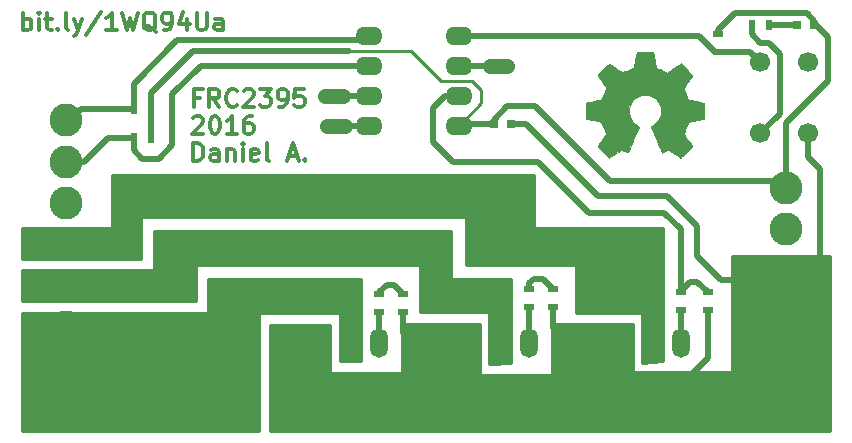
<source format=gbr>
G04 #@! TF.FileFunction,Copper,L1,Top,Signal*
%FSLAX46Y46*%
G04 Gerber Fmt 4.6, Leading zero omitted, Abs format (unit mm)*
G04 Created by KiCad (PCBNEW 4.0.1-3.201512221402+6198~38~ubuntu14.04.1-stable) date Thu 28 Jan 2016 03:00:53 PM CST*
%MOMM*%
G01*
G04 APERTURE LIST*
%ADD10C,0.100000*%
%ADD11C,0.300000*%
%ADD12C,0.002540*%
%ADD13R,0.800000X0.750000*%
%ADD14R,0.797560X0.797560*%
%ADD15O,1.501140X2.499360*%
%ADD16R,0.900000X0.500000*%
%ADD17R,0.500000X0.900000*%
%ADD18C,1.700000*%
%ADD19O,2.300000X1.600000*%
%ADD20C,2.794000*%
%ADD21C,0.508000*%
%ADD22C,1.270000*%
%ADD23C,0.250000*%
%ADD24C,0.254000*%
G04 APERTURE END LIST*
D10*
D11*
X104946714Y-87292571D02*
X104946714Y-85792571D01*
X104946714Y-86364000D02*
X105089571Y-86292571D01*
X105375285Y-86292571D01*
X105518142Y-86364000D01*
X105589571Y-86435429D01*
X105661000Y-86578286D01*
X105661000Y-87006857D01*
X105589571Y-87149714D01*
X105518142Y-87221143D01*
X105375285Y-87292571D01*
X105089571Y-87292571D01*
X104946714Y-87221143D01*
X106303857Y-87292571D02*
X106303857Y-86292571D01*
X106303857Y-85792571D02*
X106232428Y-85864000D01*
X106303857Y-85935429D01*
X106375285Y-85864000D01*
X106303857Y-85792571D01*
X106303857Y-85935429D01*
X106803857Y-86292571D02*
X107375286Y-86292571D01*
X107018143Y-85792571D02*
X107018143Y-87078286D01*
X107089571Y-87221143D01*
X107232429Y-87292571D01*
X107375286Y-87292571D01*
X107875286Y-87149714D02*
X107946714Y-87221143D01*
X107875286Y-87292571D01*
X107803857Y-87221143D01*
X107875286Y-87149714D01*
X107875286Y-87292571D01*
X108803858Y-87292571D02*
X108661000Y-87221143D01*
X108589572Y-87078286D01*
X108589572Y-85792571D01*
X109232429Y-86292571D02*
X109589572Y-87292571D01*
X109946714Y-86292571D02*
X109589572Y-87292571D01*
X109446714Y-87649714D01*
X109375286Y-87721143D01*
X109232429Y-87792571D01*
X111589571Y-85721143D02*
X110303857Y-87649714D01*
X112875286Y-87292571D02*
X112018143Y-87292571D01*
X112446715Y-87292571D02*
X112446715Y-85792571D01*
X112303858Y-86006857D01*
X112161000Y-86149714D01*
X112018143Y-86221143D01*
X113375286Y-85792571D02*
X113732429Y-87292571D01*
X114018143Y-86221143D01*
X114303857Y-87292571D01*
X114661000Y-85792571D01*
X116232429Y-87435429D02*
X116089572Y-87364000D01*
X115946715Y-87221143D01*
X115732429Y-87006857D01*
X115589572Y-86935429D01*
X115446715Y-86935429D01*
X115518143Y-87292571D02*
X115375286Y-87221143D01*
X115232429Y-87078286D01*
X115161000Y-86792571D01*
X115161000Y-86292571D01*
X115232429Y-86006857D01*
X115375286Y-85864000D01*
X115518143Y-85792571D01*
X115803857Y-85792571D01*
X115946715Y-85864000D01*
X116089572Y-86006857D01*
X116161000Y-86292571D01*
X116161000Y-86792571D01*
X116089572Y-87078286D01*
X115946715Y-87221143D01*
X115803857Y-87292571D01*
X115518143Y-87292571D01*
X116875286Y-87292571D02*
X117161001Y-87292571D01*
X117303858Y-87221143D01*
X117375286Y-87149714D01*
X117518144Y-86935429D01*
X117589572Y-86649714D01*
X117589572Y-86078286D01*
X117518144Y-85935429D01*
X117446715Y-85864000D01*
X117303858Y-85792571D01*
X117018144Y-85792571D01*
X116875286Y-85864000D01*
X116803858Y-85935429D01*
X116732429Y-86078286D01*
X116732429Y-86435429D01*
X116803858Y-86578286D01*
X116875286Y-86649714D01*
X117018144Y-86721143D01*
X117303858Y-86721143D01*
X117446715Y-86649714D01*
X117518144Y-86578286D01*
X117589572Y-86435429D01*
X118875286Y-86292571D02*
X118875286Y-87292571D01*
X118518143Y-85721143D02*
X118161000Y-86792571D01*
X119089572Y-86792571D01*
X119661000Y-85792571D02*
X119661000Y-87006857D01*
X119732428Y-87149714D01*
X119803857Y-87221143D01*
X119946714Y-87292571D01*
X120232428Y-87292571D01*
X120375286Y-87221143D01*
X120446714Y-87149714D01*
X120518143Y-87006857D01*
X120518143Y-85792571D01*
X121875286Y-87292571D02*
X121875286Y-86506857D01*
X121803857Y-86364000D01*
X121661000Y-86292571D01*
X121375286Y-86292571D01*
X121232429Y-86364000D01*
X121875286Y-87221143D02*
X121732429Y-87292571D01*
X121375286Y-87292571D01*
X121232429Y-87221143D01*
X121161000Y-87078286D01*
X121161000Y-86935429D01*
X121232429Y-86792571D01*
X121375286Y-86721143D01*
X121732429Y-86721143D01*
X121875286Y-86649714D01*
X119364715Y-98341571D02*
X119364715Y-96841571D01*
X119721858Y-96841571D01*
X119936143Y-96913000D01*
X120079001Y-97055857D01*
X120150429Y-97198714D01*
X120221858Y-97484429D01*
X120221858Y-97698714D01*
X120150429Y-97984429D01*
X120079001Y-98127286D01*
X119936143Y-98270143D01*
X119721858Y-98341571D01*
X119364715Y-98341571D01*
X121507572Y-98341571D02*
X121507572Y-97555857D01*
X121436143Y-97413000D01*
X121293286Y-97341571D01*
X121007572Y-97341571D01*
X120864715Y-97413000D01*
X121507572Y-98270143D02*
X121364715Y-98341571D01*
X121007572Y-98341571D01*
X120864715Y-98270143D01*
X120793286Y-98127286D01*
X120793286Y-97984429D01*
X120864715Y-97841571D01*
X121007572Y-97770143D01*
X121364715Y-97770143D01*
X121507572Y-97698714D01*
X122221858Y-97341571D02*
X122221858Y-98341571D01*
X122221858Y-97484429D02*
X122293286Y-97413000D01*
X122436144Y-97341571D01*
X122650429Y-97341571D01*
X122793286Y-97413000D01*
X122864715Y-97555857D01*
X122864715Y-98341571D01*
X123579001Y-98341571D02*
X123579001Y-97341571D01*
X123579001Y-96841571D02*
X123507572Y-96913000D01*
X123579001Y-96984429D01*
X123650429Y-96913000D01*
X123579001Y-96841571D01*
X123579001Y-96984429D01*
X124864715Y-98270143D02*
X124721858Y-98341571D01*
X124436144Y-98341571D01*
X124293287Y-98270143D01*
X124221858Y-98127286D01*
X124221858Y-97555857D01*
X124293287Y-97413000D01*
X124436144Y-97341571D01*
X124721858Y-97341571D01*
X124864715Y-97413000D01*
X124936144Y-97555857D01*
X124936144Y-97698714D01*
X124221858Y-97841571D01*
X125793287Y-98341571D02*
X125650429Y-98270143D01*
X125579001Y-98127286D01*
X125579001Y-96841571D01*
X127436143Y-97913000D02*
X128150429Y-97913000D01*
X127293286Y-98341571D02*
X127793286Y-96841571D01*
X128293286Y-98341571D01*
X128793286Y-98198714D02*
X128864714Y-98270143D01*
X128793286Y-98341571D01*
X128721857Y-98270143D01*
X128793286Y-98198714D01*
X128793286Y-98341571D01*
X119348572Y-94698429D02*
X119420001Y-94627000D01*
X119562858Y-94555571D01*
X119920001Y-94555571D01*
X120062858Y-94627000D01*
X120134287Y-94698429D01*
X120205715Y-94841286D01*
X120205715Y-94984143D01*
X120134287Y-95198429D01*
X119277144Y-96055571D01*
X120205715Y-96055571D01*
X121134286Y-94555571D02*
X121277143Y-94555571D01*
X121420000Y-94627000D01*
X121491429Y-94698429D01*
X121562858Y-94841286D01*
X121634286Y-95127000D01*
X121634286Y-95484143D01*
X121562858Y-95769857D01*
X121491429Y-95912714D01*
X121420000Y-95984143D01*
X121277143Y-96055571D01*
X121134286Y-96055571D01*
X120991429Y-95984143D01*
X120920000Y-95912714D01*
X120848572Y-95769857D01*
X120777143Y-95484143D01*
X120777143Y-95127000D01*
X120848572Y-94841286D01*
X120920000Y-94698429D01*
X120991429Y-94627000D01*
X121134286Y-94555571D01*
X123062857Y-96055571D02*
X122205714Y-96055571D01*
X122634286Y-96055571D02*
X122634286Y-94555571D01*
X122491429Y-94769857D01*
X122348571Y-94912714D01*
X122205714Y-94984143D01*
X124348571Y-94555571D02*
X124062857Y-94555571D01*
X123920000Y-94627000D01*
X123848571Y-94698429D01*
X123705714Y-94912714D01*
X123634285Y-95198429D01*
X123634285Y-95769857D01*
X123705714Y-95912714D01*
X123777142Y-95984143D01*
X123920000Y-96055571D01*
X124205714Y-96055571D01*
X124348571Y-95984143D01*
X124420000Y-95912714D01*
X124491428Y-95769857D01*
X124491428Y-95412714D01*
X124420000Y-95269857D01*
X124348571Y-95198429D01*
X124205714Y-95127000D01*
X123920000Y-95127000D01*
X123777142Y-95198429D01*
X123705714Y-95269857D01*
X123634285Y-95412714D01*
X119936144Y-92983857D02*
X119436144Y-92983857D01*
X119436144Y-93769571D02*
X119436144Y-92269571D01*
X120150430Y-92269571D01*
X121579001Y-93769571D02*
X121079001Y-93055286D01*
X120721858Y-93769571D02*
X120721858Y-92269571D01*
X121293286Y-92269571D01*
X121436144Y-92341000D01*
X121507572Y-92412429D01*
X121579001Y-92555286D01*
X121579001Y-92769571D01*
X121507572Y-92912429D01*
X121436144Y-92983857D01*
X121293286Y-93055286D01*
X120721858Y-93055286D01*
X123079001Y-93626714D02*
X123007572Y-93698143D01*
X122793286Y-93769571D01*
X122650429Y-93769571D01*
X122436144Y-93698143D01*
X122293286Y-93555286D01*
X122221858Y-93412429D01*
X122150429Y-93126714D01*
X122150429Y-92912429D01*
X122221858Y-92626714D01*
X122293286Y-92483857D01*
X122436144Y-92341000D01*
X122650429Y-92269571D01*
X122793286Y-92269571D01*
X123007572Y-92341000D01*
X123079001Y-92412429D01*
X123650429Y-92412429D02*
X123721858Y-92341000D01*
X123864715Y-92269571D01*
X124221858Y-92269571D01*
X124364715Y-92341000D01*
X124436144Y-92412429D01*
X124507572Y-92555286D01*
X124507572Y-92698143D01*
X124436144Y-92912429D01*
X123579001Y-93769571D01*
X124507572Y-93769571D01*
X125007572Y-92269571D02*
X125936143Y-92269571D01*
X125436143Y-92841000D01*
X125650429Y-92841000D01*
X125793286Y-92912429D01*
X125864715Y-92983857D01*
X125936143Y-93126714D01*
X125936143Y-93483857D01*
X125864715Y-93626714D01*
X125793286Y-93698143D01*
X125650429Y-93769571D01*
X125221857Y-93769571D01*
X125079000Y-93698143D01*
X125007572Y-93626714D01*
X126650428Y-93769571D02*
X126936143Y-93769571D01*
X127079000Y-93698143D01*
X127150428Y-93626714D01*
X127293286Y-93412429D01*
X127364714Y-93126714D01*
X127364714Y-92555286D01*
X127293286Y-92412429D01*
X127221857Y-92341000D01*
X127079000Y-92269571D01*
X126793286Y-92269571D01*
X126650428Y-92341000D01*
X126579000Y-92412429D01*
X126507571Y-92555286D01*
X126507571Y-92912429D01*
X126579000Y-93055286D01*
X126650428Y-93126714D01*
X126793286Y-93198143D01*
X127079000Y-93198143D01*
X127221857Y-93126714D01*
X127293286Y-93055286D01*
X127364714Y-92912429D01*
X128721857Y-92269571D02*
X128007571Y-92269571D01*
X127936142Y-92983857D01*
X128007571Y-92912429D01*
X128150428Y-92841000D01*
X128507571Y-92841000D01*
X128650428Y-92912429D01*
X128721857Y-92983857D01*
X128793285Y-93126714D01*
X128793285Y-93483857D01*
X128721857Y-93626714D01*
X128650428Y-93698143D01*
X128507571Y-93769571D01*
X128150428Y-93769571D01*
X128007571Y-93698143D01*
X127936142Y-93626714D01*
D12*
G36*
X160637220Y-98089720D02*
X160586420Y-98061780D01*
X160467040Y-97988120D01*
X160301940Y-97878900D01*
X160103820Y-97746820D01*
X159905700Y-97614740D01*
X159743140Y-97505520D01*
X159628840Y-97431860D01*
X159580580Y-97403920D01*
X159555180Y-97414080D01*
X159461200Y-97459800D01*
X159324040Y-97530920D01*
X159245300Y-97571560D01*
X159120840Y-97624900D01*
X159057340Y-97637600D01*
X159047180Y-97619820D01*
X159001460Y-97523300D01*
X158930340Y-97360740D01*
X158836360Y-97142300D01*
X158727140Y-96888300D01*
X158612840Y-96616520D01*
X158496000Y-96337120D01*
X158384240Y-96070420D01*
X158287720Y-95831660D01*
X158208980Y-95636080D01*
X158158180Y-95501460D01*
X158137860Y-95443040D01*
X158142940Y-95430340D01*
X158206440Y-95369380D01*
X158315660Y-95288100D01*
X158551880Y-95095060D01*
X158785560Y-94802960D01*
X158927800Y-94472760D01*
X158976060Y-94104460D01*
X158935420Y-93764100D01*
X158800800Y-93436440D01*
X158572200Y-93141800D01*
X158295340Y-92920820D01*
X157970220Y-92783660D01*
X157607000Y-92737940D01*
X157259020Y-92778580D01*
X156923740Y-92910660D01*
X156629100Y-93134180D01*
X156504640Y-93278960D01*
X156331920Y-93576140D01*
X156235400Y-93896180D01*
X156225240Y-93977460D01*
X156237940Y-94327980D01*
X156342080Y-94665800D01*
X156527500Y-94968060D01*
X156786580Y-95214440D01*
X156817060Y-95237300D01*
X156936440Y-95326200D01*
X157017720Y-95387160D01*
X157078680Y-95437960D01*
X156631640Y-96514920D01*
X156560520Y-96685100D01*
X156438600Y-96979740D01*
X156329380Y-97233740D01*
X156245560Y-97434400D01*
X156184600Y-97569020D01*
X156159200Y-97624900D01*
X156156660Y-97627440D01*
X156116020Y-97635060D01*
X156034740Y-97604580D01*
X155884880Y-97530920D01*
X155785820Y-97480120D01*
X155671520Y-97424240D01*
X155618180Y-97403920D01*
X155575000Y-97429320D01*
X155465780Y-97500440D01*
X155305760Y-97607120D01*
X155112720Y-97736660D01*
X154929840Y-97861120D01*
X154762200Y-97972880D01*
X154637740Y-98051620D01*
X154579320Y-98084640D01*
X154569160Y-98084640D01*
X154515820Y-98054160D01*
X154419300Y-97972880D01*
X154271980Y-97835720D01*
X154066240Y-97629980D01*
X154033220Y-97599500D01*
X153863040Y-97424240D01*
X153725880Y-97279460D01*
X153631900Y-97175320D01*
X153598880Y-97129600D01*
X153598880Y-97129600D01*
X153629360Y-97071180D01*
X153705560Y-96949260D01*
X153817320Y-96776540D01*
X153954480Y-96578420D01*
X154310080Y-96060260D01*
X154114500Y-95570040D01*
X154056080Y-95420180D01*
X153979880Y-95239840D01*
X153921460Y-95110300D01*
X153893520Y-95054420D01*
X153840180Y-95034100D01*
X153705560Y-95003620D01*
X153512520Y-94962980D01*
X153281380Y-94919800D01*
X153060400Y-94879160D01*
X152862280Y-94841060D01*
X152717500Y-94813120D01*
X152654000Y-94800420D01*
X152638760Y-94790260D01*
X152623520Y-94759780D01*
X152615900Y-94691200D01*
X152610820Y-94571820D01*
X152608280Y-94381320D01*
X152608280Y-94104460D01*
X152608280Y-94073980D01*
X152610820Y-93812360D01*
X152615900Y-93601540D01*
X152623520Y-93464380D01*
X152631140Y-93411040D01*
X152633680Y-93411040D01*
X152694640Y-93395800D01*
X152834340Y-93365320D01*
X153035000Y-93327220D01*
X153271220Y-93281500D01*
X153286460Y-93278960D01*
X153522680Y-93233240D01*
X153720800Y-93192600D01*
X153860500Y-93159580D01*
X153918920Y-93141800D01*
X153931620Y-93124020D01*
X153977340Y-93032580D01*
X154045920Y-92885260D01*
X154124660Y-92707460D01*
X154200860Y-92522040D01*
X154269440Y-92354400D01*
X154312620Y-92229940D01*
X154327860Y-92174060D01*
X154325320Y-92171520D01*
X154289760Y-92115640D01*
X154208480Y-91993720D01*
X154094180Y-91823540D01*
X153957020Y-91620340D01*
X153946860Y-91605100D01*
X153809700Y-91406980D01*
X153700480Y-91236800D01*
X153626820Y-91117420D01*
X153598880Y-91061540D01*
X153598880Y-91059000D01*
X153644600Y-90998040D01*
X153746200Y-90886280D01*
X153890980Y-90733880D01*
X154066240Y-90556080D01*
X154122120Y-90502740D01*
X154317700Y-90312240D01*
X154452320Y-90187780D01*
X154536140Y-90121740D01*
X154576780Y-90106500D01*
X154576780Y-90109040D01*
X154637740Y-90144600D01*
X154764740Y-90225880D01*
X154934920Y-90342720D01*
X155138120Y-90479880D01*
X155153360Y-90490040D01*
X155351480Y-90627200D01*
X155519120Y-90738960D01*
X155635960Y-90817700D01*
X155689300Y-90848180D01*
X155696920Y-90848180D01*
X155778200Y-90825320D01*
X155920440Y-90774520D01*
X156095700Y-90705940D01*
X156281120Y-90632280D01*
X156448760Y-90561160D01*
X156575760Y-90505280D01*
X156634180Y-90469720D01*
X156636720Y-90467180D01*
X156657040Y-90396060D01*
X156692600Y-90246200D01*
X156733240Y-90040460D01*
X156781500Y-89796620D01*
X156789120Y-89755980D01*
X156832300Y-89517220D01*
X156870400Y-89321640D01*
X156898340Y-89184480D01*
X156913580Y-89128600D01*
X156946600Y-89120980D01*
X157063440Y-89113360D01*
X157241240Y-89108280D01*
X157457140Y-89105740D01*
X157683200Y-89108280D01*
X157904180Y-89113360D01*
X158092140Y-89118440D01*
X158226760Y-89128600D01*
X158282640Y-89138760D01*
X158285180Y-89143840D01*
X158305500Y-89217500D01*
X158338520Y-89367360D01*
X158381700Y-89573100D01*
X158427420Y-89819480D01*
X158437580Y-89862660D01*
X158480760Y-90098880D01*
X158521400Y-90294460D01*
X158549340Y-90429080D01*
X158564580Y-90482420D01*
X158587440Y-90492580D01*
X158683960Y-90535760D01*
X158843980Y-90601800D01*
X159042100Y-90680540D01*
X159499300Y-90865960D01*
X160060640Y-90482420D01*
X160111440Y-90446860D01*
X160314640Y-90309700D01*
X160479740Y-90200480D01*
X160594040Y-90124280D01*
X160642300Y-90098880D01*
X160647380Y-90098880D01*
X160703260Y-90149680D01*
X160812480Y-90253820D01*
X160964880Y-90401140D01*
X161142680Y-90576400D01*
X161272220Y-90708480D01*
X161427160Y-90865960D01*
X161526220Y-90970100D01*
X161579560Y-91038680D01*
X161597340Y-91079320D01*
X161592260Y-91107260D01*
X161556700Y-91165680D01*
X161475420Y-91287600D01*
X161358580Y-91457780D01*
X161221420Y-91655900D01*
X161109660Y-91823540D01*
X160987740Y-92011500D01*
X160909000Y-92146120D01*
X160881060Y-92212160D01*
X160888680Y-92237560D01*
X160926780Y-92349320D01*
X160995360Y-92514420D01*
X161079180Y-92712540D01*
X161274760Y-93157040D01*
X161564320Y-93212920D01*
X161742120Y-93245940D01*
X161988500Y-93294200D01*
X162224720Y-93339920D01*
X162593020Y-93411040D01*
X162605720Y-94764860D01*
X162549840Y-94790260D01*
X162493960Y-94805500D01*
X162356800Y-94835980D01*
X162163760Y-94874080D01*
X161932620Y-94917260D01*
X161737040Y-94952820D01*
X161538920Y-94990920D01*
X161396680Y-95018860D01*
X161335720Y-95031560D01*
X161317940Y-95054420D01*
X161269680Y-95148400D01*
X161198560Y-95300800D01*
X161119820Y-95483680D01*
X161041080Y-95674180D01*
X160972500Y-95849440D01*
X160924240Y-95981520D01*
X160903920Y-96050100D01*
X160931860Y-96103440D01*
X161005520Y-96220280D01*
X161114740Y-96385380D01*
X161249360Y-96580960D01*
X161383980Y-96776540D01*
X161498280Y-96944180D01*
X161577020Y-97066100D01*
X161610040Y-97121980D01*
X161592260Y-97157540D01*
X161513520Y-97254060D01*
X161366200Y-97406460D01*
X161145220Y-97624900D01*
X161109660Y-97660460D01*
X160934400Y-97828100D01*
X160787080Y-97965260D01*
X160682940Y-98056700D01*
X160637220Y-98089720D01*
X160637220Y-98089720D01*
G37*
X160637220Y-98089720D02*
X160586420Y-98061780D01*
X160467040Y-97988120D01*
X160301940Y-97878900D01*
X160103820Y-97746820D01*
X159905700Y-97614740D01*
X159743140Y-97505520D01*
X159628840Y-97431860D01*
X159580580Y-97403920D01*
X159555180Y-97414080D01*
X159461200Y-97459800D01*
X159324040Y-97530920D01*
X159245300Y-97571560D01*
X159120840Y-97624900D01*
X159057340Y-97637600D01*
X159047180Y-97619820D01*
X159001460Y-97523300D01*
X158930340Y-97360740D01*
X158836360Y-97142300D01*
X158727140Y-96888300D01*
X158612840Y-96616520D01*
X158496000Y-96337120D01*
X158384240Y-96070420D01*
X158287720Y-95831660D01*
X158208980Y-95636080D01*
X158158180Y-95501460D01*
X158137860Y-95443040D01*
X158142940Y-95430340D01*
X158206440Y-95369380D01*
X158315660Y-95288100D01*
X158551880Y-95095060D01*
X158785560Y-94802960D01*
X158927800Y-94472760D01*
X158976060Y-94104460D01*
X158935420Y-93764100D01*
X158800800Y-93436440D01*
X158572200Y-93141800D01*
X158295340Y-92920820D01*
X157970220Y-92783660D01*
X157607000Y-92737940D01*
X157259020Y-92778580D01*
X156923740Y-92910660D01*
X156629100Y-93134180D01*
X156504640Y-93278960D01*
X156331920Y-93576140D01*
X156235400Y-93896180D01*
X156225240Y-93977460D01*
X156237940Y-94327980D01*
X156342080Y-94665800D01*
X156527500Y-94968060D01*
X156786580Y-95214440D01*
X156817060Y-95237300D01*
X156936440Y-95326200D01*
X157017720Y-95387160D01*
X157078680Y-95437960D01*
X156631640Y-96514920D01*
X156560520Y-96685100D01*
X156438600Y-96979740D01*
X156329380Y-97233740D01*
X156245560Y-97434400D01*
X156184600Y-97569020D01*
X156159200Y-97624900D01*
X156156660Y-97627440D01*
X156116020Y-97635060D01*
X156034740Y-97604580D01*
X155884880Y-97530920D01*
X155785820Y-97480120D01*
X155671520Y-97424240D01*
X155618180Y-97403920D01*
X155575000Y-97429320D01*
X155465780Y-97500440D01*
X155305760Y-97607120D01*
X155112720Y-97736660D01*
X154929840Y-97861120D01*
X154762200Y-97972880D01*
X154637740Y-98051620D01*
X154579320Y-98084640D01*
X154569160Y-98084640D01*
X154515820Y-98054160D01*
X154419300Y-97972880D01*
X154271980Y-97835720D01*
X154066240Y-97629980D01*
X154033220Y-97599500D01*
X153863040Y-97424240D01*
X153725880Y-97279460D01*
X153631900Y-97175320D01*
X153598880Y-97129600D01*
X153598880Y-97129600D01*
X153629360Y-97071180D01*
X153705560Y-96949260D01*
X153817320Y-96776540D01*
X153954480Y-96578420D01*
X154310080Y-96060260D01*
X154114500Y-95570040D01*
X154056080Y-95420180D01*
X153979880Y-95239840D01*
X153921460Y-95110300D01*
X153893520Y-95054420D01*
X153840180Y-95034100D01*
X153705560Y-95003620D01*
X153512520Y-94962980D01*
X153281380Y-94919800D01*
X153060400Y-94879160D01*
X152862280Y-94841060D01*
X152717500Y-94813120D01*
X152654000Y-94800420D01*
X152638760Y-94790260D01*
X152623520Y-94759780D01*
X152615900Y-94691200D01*
X152610820Y-94571820D01*
X152608280Y-94381320D01*
X152608280Y-94104460D01*
X152608280Y-94073980D01*
X152610820Y-93812360D01*
X152615900Y-93601540D01*
X152623520Y-93464380D01*
X152631140Y-93411040D01*
X152633680Y-93411040D01*
X152694640Y-93395800D01*
X152834340Y-93365320D01*
X153035000Y-93327220D01*
X153271220Y-93281500D01*
X153286460Y-93278960D01*
X153522680Y-93233240D01*
X153720800Y-93192600D01*
X153860500Y-93159580D01*
X153918920Y-93141800D01*
X153931620Y-93124020D01*
X153977340Y-93032580D01*
X154045920Y-92885260D01*
X154124660Y-92707460D01*
X154200860Y-92522040D01*
X154269440Y-92354400D01*
X154312620Y-92229940D01*
X154327860Y-92174060D01*
X154325320Y-92171520D01*
X154289760Y-92115640D01*
X154208480Y-91993720D01*
X154094180Y-91823540D01*
X153957020Y-91620340D01*
X153946860Y-91605100D01*
X153809700Y-91406980D01*
X153700480Y-91236800D01*
X153626820Y-91117420D01*
X153598880Y-91061540D01*
X153598880Y-91059000D01*
X153644600Y-90998040D01*
X153746200Y-90886280D01*
X153890980Y-90733880D01*
X154066240Y-90556080D01*
X154122120Y-90502740D01*
X154317700Y-90312240D01*
X154452320Y-90187780D01*
X154536140Y-90121740D01*
X154576780Y-90106500D01*
X154576780Y-90109040D01*
X154637740Y-90144600D01*
X154764740Y-90225880D01*
X154934920Y-90342720D01*
X155138120Y-90479880D01*
X155153360Y-90490040D01*
X155351480Y-90627200D01*
X155519120Y-90738960D01*
X155635960Y-90817700D01*
X155689300Y-90848180D01*
X155696920Y-90848180D01*
X155778200Y-90825320D01*
X155920440Y-90774520D01*
X156095700Y-90705940D01*
X156281120Y-90632280D01*
X156448760Y-90561160D01*
X156575760Y-90505280D01*
X156634180Y-90469720D01*
X156636720Y-90467180D01*
X156657040Y-90396060D01*
X156692600Y-90246200D01*
X156733240Y-90040460D01*
X156781500Y-89796620D01*
X156789120Y-89755980D01*
X156832300Y-89517220D01*
X156870400Y-89321640D01*
X156898340Y-89184480D01*
X156913580Y-89128600D01*
X156946600Y-89120980D01*
X157063440Y-89113360D01*
X157241240Y-89108280D01*
X157457140Y-89105740D01*
X157683200Y-89108280D01*
X157904180Y-89113360D01*
X158092140Y-89118440D01*
X158226760Y-89128600D01*
X158282640Y-89138760D01*
X158285180Y-89143840D01*
X158305500Y-89217500D01*
X158338520Y-89367360D01*
X158381700Y-89573100D01*
X158427420Y-89819480D01*
X158437580Y-89862660D01*
X158480760Y-90098880D01*
X158521400Y-90294460D01*
X158549340Y-90429080D01*
X158564580Y-90482420D01*
X158587440Y-90492580D01*
X158683960Y-90535760D01*
X158843980Y-90601800D01*
X159042100Y-90680540D01*
X159499300Y-90865960D01*
X160060640Y-90482420D01*
X160111440Y-90446860D01*
X160314640Y-90309700D01*
X160479740Y-90200480D01*
X160594040Y-90124280D01*
X160642300Y-90098880D01*
X160647380Y-90098880D01*
X160703260Y-90149680D01*
X160812480Y-90253820D01*
X160964880Y-90401140D01*
X161142680Y-90576400D01*
X161272220Y-90708480D01*
X161427160Y-90865960D01*
X161526220Y-90970100D01*
X161579560Y-91038680D01*
X161597340Y-91079320D01*
X161592260Y-91107260D01*
X161556700Y-91165680D01*
X161475420Y-91287600D01*
X161358580Y-91457780D01*
X161221420Y-91655900D01*
X161109660Y-91823540D01*
X160987740Y-92011500D01*
X160909000Y-92146120D01*
X160881060Y-92212160D01*
X160888680Y-92237560D01*
X160926780Y-92349320D01*
X160995360Y-92514420D01*
X161079180Y-92712540D01*
X161274760Y-93157040D01*
X161564320Y-93212920D01*
X161742120Y-93245940D01*
X161988500Y-93294200D01*
X162224720Y-93339920D01*
X162593020Y-93411040D01*
X162605720Y-94764860D01*
X162549840Y-94790260D01*
X162493960Y-94805500D01*
X162356800Y-94835980D01*
X162163760Y-94874080D01*
X161932620Y-94917260D01*
X161737040Y-94952820D01*
X161538920Y-94990920D01*
X161396680Y-95018860D01*
X161335720Y-95031560D01*
X161317940Y-95054420D01*
X161269680Y-95148400D01*
X161198560Y-95300800D01*
X161119820Y-95483680D01*
X161041080Y-95674180D01*
X160972500Y-95849440D01*
X160924240Y-95981520D01*
X160903920Y-96050100D01*
X160931860Y-96103440D01*
X161005520Y-96220280D01*
X161114740Y-96385380D01*
X161249360Y-96580960D01*
X161383980Y-96776540D01*
X161498280Y-96944180D01*
X161577020Y-97066100D01*
X161610040Y-97121980D01*
X161592260Y-97157540D01*
X161513520Y-97254060D01*
X161366200Y-97406460D01*
X161145220Y-97624900D01*
X161109660Y-97660460D01*
X160934400Y-97828100D01*
X160787080Y-97965260D01*
X160682940Y-98056700D01*
X160637220Y-98089720D01*
D13*
X146292000Y-95250000D03*
X144792000Y-95250000D03*
D14*
X171945300Y-86868000D03*
X170446700Y-86868000D03*
D15*
X158115000Y-113792000D03*
X160655000Y-113792000D03*
X155575000Y-113792000D03*
X145288000Y-113792000D03*
X147828000Y-113792000D03*
X142748000Y-113792000D03*
X132588000Y-113792000D03*
X135128000Y-113792000D03*
X130048000Y-113792000D03*
D16*
X162941000Y-110986000D03*
X162941000Y-109486000D03*
X160655000Y-110986000D03*
X160655000Y-109486000D03*
X149860000Y-110732000D03*
X149860000Y-109232000D03*
X147828000Y-110732000D03*
X147828000Y-109232000D03*
X137160000Y-111113000D03*
X137160000Y-109613000D03*
X135128000Y-111113000D03*
X135128000Y-109613000D03*
D17*
X168136000Y-86868000D03*
X166636000Y-86868000D03*
D16*
X163830000Y-87642000D03*
X163830000Y-89142000D03*
D17*
X115812000Y-93980000D03*
X114312000Y-93980000D03*
X115812000Y-96393000D03*
X114312000Y-96393000D03*
D18*
X171386000Y-90012000D03*
X171386000Y-96012000D03*
X167386000Y-90012000D03*
X167386000Y-96012000D03*
D19*
X141859000Y-95377000D03*
X141859000Y-92837000D03*
X141859000Y-90297000D03*
X141859000Y-87757000D03*
X134239000Y-87757000D03*
X134239000Y-90297000D03*
X134239000Y-92837000D03*
X134239000Y-95377000D03*
D20*
X169530000Y-100640000D03*
X169530000Y-104140000D03*
X169530000Y-107640000D03*
X108600000Y-112410000D03*
X108600000Y-108910000D03*
X108600000Y-105410000D03*
X108600000Y-101910000D03*
X108600000Y-98410000D03*
X108600000Y-94910000D03*
D21*
X149225000Y-96901000D02*
X147574000Y-95250000D01*
X147574000Y-95250000D02*
X146292000Y-95250000D01*
X153670000Y-101346000D02*
X159512000Y-101346000D01*
X149225000Y-96901000D02*
X153670000Y-101346000D01*
D22*
X132207000Y-95377000D02*
X130683000Y-95377000D01*
D21*
X134239000Y-95377000D02*
X132207000Y-95377000D01*
X132207000Y-95377000D02*
X131445000Y-95377000D01*
X131445000Y-95377000D02*
X131318000Y-95504000D01*
X164084000Y-108458000D02*
X165862000Y-108458000D01*
X162052000Y-106426000D02*
X164084000Y-108458000D01*
X162052000Y-103886000D02*
X162052000Y-106426000D01*
X159512000Y-101346000D02*
X162052000Y-103886000D01*
X171386000Y-96012000D02*
X171386000Y-97980000D01*
X172466000Y-99060000D02*
X172466000Y-107696000D01*
X171386000Y-97980000D02*
X172466000Y-99060000D01*
X166636000Y-86868000D02*
X166636000Y-87642000D01*
X169037000Y-94361000D02*
X167386000Y-96012000D01*
X169037000Y-89281000D02*
X169037000Y-94361000D01*
X168148000Y-88392000D02*
X169037000Y-89281000D01*
X167386000Y-88392000D02*
X168148000Y-88392000D01*
X166636000Y-87642000D02*
X167386000Y-88392000D01*
X162941000Y-110986000D02*
X162941000Y-115062000D01*
X161036000Y-116967000D02*
X155448000Y-116967000D01*
X162941000Y-115062000D02*
X161036000Y-116967000D01*
X137160000Y-111113000D02*
X137160000Y-112903000D01*
X137160000Y-112903000D02*
X137668000Y-113411000D01*
X149860000Y-110732000D02*
X149860000Y-112522000D01*
X149860000Y-112522000D02*
X150495000Y-113157000D01*
X144792000Y-95250000D02*
X144792000Y-94857000D01*
X154686000Y-100076000D02*
X169530000Y-100076000D01*
X148336000Y-93726000D02*
X154686000Y-100076000D01*
X145923000Y-93726000D02*
X148336000Y-93726000D01*
X144792000Y-94857000D02*
X145923000Y-93726000D01*
X171945300Y-86868000D02*
X172085000Y-86868000D01*
X172085000Y-86868000D02*
X173101000Y-87884000D01*
X173101000Y-87884000D02*
X173101000Y-91567000D01*
X173101000Y-91567000D02*
X169530000Y-95138000D01*
X169530000Y-95138000D02*
X169530000Y-100076000D01*
X171945300Y-86868000D02*
X171958000Y-86868000D01*
X163830000Y-87642000D02*
X163830000Y-87249000D01*
X171323000Y-85852000D02*
X171945300Y-86474300D01*
X165227000Y-85852000D02*
X171323000Y-85852000D01*
X163830000Y-87249000D02*
X165227000Y-85852000D01*
X171945300Y-86474300D02*
X171945300Y-86868000D01*
X115812000Y-93980000D02*
X115812000Y-92595000D01*
D23*
X143764000Y-93472000D02*
X141859000Y-95377000D01*
X143764000Y-92329000D02*
X143764000Y-93472000D01*
X143002000Y-91567000D02*
X143764000Y-92329000D01*
X140335000Y-91567000D02*
X143002000Y-91567000D01*
X137795000Y-89027000D02*
X140335000Y-91567000D01*
X132588000Y-89027000D02*
X137795000Y-89027000D01*
D21*
X119380000Y-89027000D02*
X132588000Y-89027000D01*
X115812000Y-92595000D02*
X119380000Y-89027000D01*
X144792000Y-95250000D02*
X141986000Y-95250000D01*
X141986000Y-95250000D02*
X141859000Y-95377000D01*
X115812000Y-96393000D02*
X115812000Y-93980000D01*
X170446700Y-86868000D02*
X168136000Y-86868000D01*
X141859000Y-87757000D02*
X162167000Y-87757000D01*
X162167000Y-87757000D02*
X163564000Y-89154000D01*
X163564000Y-89154000D02*
X166528000Y-89154000D01*
X166528000Y-89154000D02*
X167386000Y-90012000D01*
D22*
X131318000Y-92837000D02*
X132080000Y-92837000D01*
X131318000Y-92837000D02*
X130556000Y-92837000D01*
D21*
X134239000Y-92837000D02*
X132080000Y-92837000D01*
X131318000Y-92837000D02*
X131191000Y-92837000D01*
X131191000Y-92837000D02*
X131064000Y-92710000D01*
X135128000Y-109613000D02*
X135128000Y-109474000D01*
X135128000Y-109474000D02*
X135763000Y-108839000D01*
X135763000Y-108839000D02*
X136386000Y-108839000D01*
X136386000Y-108839000D02*
X137160000Y-109613000D01*
X134239000Y-90297000D02*
X120015000Y-90297000D01*
X114312000Y-97421000D02*
X114312000Y-96393000D01*
X115062000Y-98171000D02*
X114312000Y-97421000D01*
X116459000Y-98171000D02*
X115062000Y-98171000D01*
X117602000Y-97028000D02*
X116459000Y-98171000D01*
X117602000Y-92710000D02*
X117602000Y-97028000D01*
X120015000Y-90297000D02*
X117602000Y-92710000D01*
X108600000Y-98410000D02*
X110124000Y-98410000D01*
X112141000Y-96393000D02*
X114312000Y-96393000D01*
X110124000Y-98410000D02*
X112141000Y-96393000D01*
X160655000Y-113792000D02*
X160655000Y-110986000D01*
X147828000Y-113792000D02*
X147828000Y-110732000D01*
X117983000Y-88138000D02*
X134239000Y-88138000D01*
X114312000Y-91809000D02*
X117983000Y-88138000D01*
X114312000Y-93980000D02*
X114312000Y-91809000D01*
X108600000Y-94910000D02*
X108925000Y-94910000D01*
X108925000Y-94910000D02*
X109855000Y-93980000D01*
X109855000Y-93980000D02*
X114312000Y-93980000D01*
X135128000Y-113792000D02*
X135128000Y-111113000D01*
X141859000Y-92837000D02*
X140716000Y-92837000D01*
X140716000Y-92837000D02*
X139700000Y-93853000D01*
X139700000Y-93853000D02*
X139700000Y-96774000D01*
X139700000Y-96774000D02*
X141351000Y-98425000D01*
X141351000Y-98425000D02*
X148590000Y-98425000D01*
X148590000Y-98425000D02*
X152908000Y-102743000D01*
X152908000Y-102743000D02*
X159258000Y-102743000D01*
X159258000Y-102743000D02*
X160655000Y-104140000D01*
X160655000Y-104140000D02*
X160655000Y-109486000D01*
X160655000Y-109486000D02*
X160655000Y-109347000D01*
X160655000Y-109347000D02*
X161417000Y-108585000D01*
X161417000Y-108585000D02*
X162040000Y-108585000D01*
X162040000Y-108585000D02*
X162941000Y-109486000D01*
D22*
X145923000Y-90297000D02*
X144526000Y-90297000D01*
D21*
X144526000Y-90297000D02*
X141859000Y-90297000D01*
X147828000Y-109232000D02*
X147828000Y-108712000D01*
X148959000Y-108331000D02*
X149860000Y-109232000D01*
X148209000Y-108331000D02*
X148959000Y-108331000D01*
X147828000Y-108712000D02*
X148209000Y-108331000D01*
D24*
G36*
X173280000Y-121210000D02*
X125857000Y-121210000D01*
X125857000Y-112268000D01*
X130937000Y-112268000D01*
X130937000Y-116205000D01*
X130947006Y-116254410D01*
X130975447Y-116296035D01*
X131017841Y-116323315D01*
X131064000Y-116332000D01*
X136906000Y-116332000D01*
X136955410Y-116321994D01*
X136997035Y-116293553D01*
X137024315Y-116251159D01*
X137033000Y-116205000D01*
X137033000Y-112141000D01*
X143637000Y-112141000D01*
X143637000Y-116332000D01*
X143647006Y-116381410D01*
X143675447Y-116423035D01*
X143717841Y-116450315D01*
X143764000Y-116459000D01*
X149606000Y-116459000D01*
X149655410Y-116448994D01*
X149697035Y-116420553D01*
X149724315Y-116378159D01*
X149733000Y-116332000D01*
X149733000Y-112141000D01*
X156591000Y-112141000D01*
X156591000Y-116078000D01*
X156601006Y-116127410D01*
X156629447Y-116169035D01*
X156671841Y-116196315D01*
X156718000Y-116205000D01*
X164846000Y-116205000D01*
X164895410Y-116194994D01*
X164937035Y-116166553D01*
X164964315Y-116124159D01*
X164973000Y-116078000D01*
X164973000Y-106426000D01*
X173280000Y-106426000D01*
X173280000Y-121210000D01*
X173280000Y-121210000D01*
G37*
X173280000Y-121210000D02*
X125857000Y-121210000D01*
X125857000Y-112268000D01*
X130937000Y-112268000D01*
X130937000Y-116205000D01*
X130947006Y-116254410D01*
X130975447Y-116296035D01*
X131017841Y-116323315D01*
X131064000Y-116332000D01*
X136906000Y-116332000D01*
X136955410Y-116321994D01*
X136997035Y-116293553D01*
X137024315Y-116251159D01*
X137033000Y-116205000D01*
X137033000Y-112141000D01*
X143637000Y-112141000D01*
X143637000Y-116332000D01*
X143647006Y-116381410D01*
X143675447Y-116423035D01*
X143717841Y-116450315D01*
X143764000Y-116459000D01*
X149606000Y-116459000D01*
X149655410Y-116448994D01*
X149697035Y-116420553D01*
X149724315Y-116378159D01*
X149733000Y-116332000D01*
X149733000Y-112141000D01*
X156591000Y-112141000D01*
X156591000Y-116078000D01*
X156601006Y-116127410D01*
X156629447Y-116169035D01*
X156671841Y-116196315D01*
X156718000Y-116205000D01*
X164846000Y-116205000D01*
X164895410Y-116194994D01*
X164937035Y-116166553D01*
X164964315Y-116124159D01*
X164973000Y-116078000D01*
X164973000Y-106426000D01*
X173280000Y-106426000D01*
X173280000Y-121210000D01*
G36*
X133604000Y-115316000D02*
X131826000Y-115316000D01*
X131826000Y-111379000D01*
X131815994Y-111329590D01*
X131787553Y-111287965D01*
X131745159Y-111260685D01*
X131699000Y-111252000D01*
X125095000Y-111252000D01*
X125045590Y-111262006D01*
X125003965Y-111290447D01*
X124976685Y-111332841D01*
X124968000Y-111379000D01*
X124968000Y-121210000D01*
X104850000Y-121210000D01*
X104850000Y-111252000D01*
X120523000Y-111252000D01*
X120572410Y-111241994D01*
X120614035Y-111213553D01*
X120641315Y-111171159D01*
X120650000Y-111125000D01*
X120650000Y-108331000D01*
X133604000Y-108331000D01*
X133604000Y-115316000D01*
X133604000Y-115316000D01*
G37*
X133604000Y-115316000D02*
X131826000Y-115316000D01*
X131826000Y-111379000D01*
X131815994Y-111329590D01*
X131787553Y-111287965D01*
X131745159Y-111260685D01*
X131699000Y-111252000D01*
X125095000Y-111252000D01*
X125045590Y-111262006D01*
X125003965Y-111290447D01*
X124976685Y-111332841D01*
X124968000Y-111379000D01*
X124968000Y-121210000D01*
X104850000Y-121210000D01*
X104850000Y-111252000D01*
X120523000Y-111252000D01*
X120572410Y-111241994D01*
X120614035Y-111213553D01*
X120641315Y-111171159D01*
X120650000Y-111125000D01*
X120650000Y-108331000D01*
X133604000Y-108331000D01*
X133604000Y-115316000D01*
G36*
X141224000Y-108204000D02*
X141234006Y-108253410D01*
X141262447Y-108295035D01*
X141304841Y-108322315D01*
X141351000Y-108331000D01*
X146304000Y-108331000D01*
X146304000Y-115450251D01*
X144399000Y-115562310D01*
X144399000Y-111252000D01*
X144388994Y-111202590D01*
X144360553Y-111160965D01*
X144318159Y-111133685D01*
X144272000Y-111125000D01*
X138557000Y-111125000D01*
X138557000Y-107315000D01*
X138546994Y-107265590D01*
X138518553Y-107223965D01*
X138476159Y-107196685D01*
X138430000Y-107188000D01*
X119761000Y-107188000D01*
X119711590Y-107198006D01*
X119669965Y-107226447D01*
X119642685Y-107268841D01*
X119634000Y-107315000D01*
X119634000Y-110236000D01*
X104850000Y-110236000D01*
X104850000Y-107569000D01*
X115951000Y-107569000D01*
X116000410Y-107558994D01*
X116042035Y-107530553D01*
X116069315Y-107488159D01*
X116078000Y-107442000D01*
X116078000Y-104267000D01*
X141224000Y-104267000D01*
X141224000Y-108204000D01*
X141224000Y-108204000D01*
G37*
X141224000Y-108204000D02*
X141234006Y-108253410D01*
X141262447Y-108295035D01*
X141304841Y-108322315D01*
X141351000Y-108331000D01*
X146304000Y-108331000D01*
X146304000Y-115450251D01*
X144399000Y-115562310D01*
X144399000Y-111252000D01*
X144388994Y-111202590D01*
X144360553Y-111160965D01*
X144318159Y-111133685D01*
X144272000Y-111125000D01*
X138557000Y-111125000D01*
X138557000Y-107315000D01*
X138546994Y-107265590D01*
X138518553Y-107223965D01*
X138476159Y-107196685D01*
X138430000Y-107188000D01*
X119761000Y-107188000D01*
X119711590Y-107198006D01*
X119669965Y-107226447D01*
X119642685Y-107268841D01*
X119634000Y-107315000D01*
X119634000Y-110236000D01*
X104850000Y-110236000D01*
X104850000Y-107569000D01*
X115951000Y-107569000D01*
X116000410Y-107558994D01*
X116042035Y-107530553D01*
X116069315Y-107488159D01*
X116078000Y-107442000D01*
X116078000Y-104267000D01*
X141224000Y-104267000D01*
X141224000Y-108204000D01*
G36*
X148209000Y-103886000D02*
X148219006Y-103935410D01*
X148247447Y-103977035D01*
X148289841Y-104004315D01*
X148336000Y-104013000D01*
X159131000Y-104013000D01*
X159131000Y-115323689D01*
X157353000Y-115434814D01*
X157353000Y-111379000D01*
X157342994Y-111329590D01*
X157314553Y-111287965D01*
X157272159Y-111260685D01*
X157226000Y-111252000D01*
X151765000Y-111252000D01*
X151765000Y-107315000D01*
X151754994Y-107265590D01*
X151726553Y-107223965D01*
X151684159Y-107196685D01*
X151638000Y-107188000D01*
X142494000Y-107188000D01*
X142494000Y-103251000D01*
X142483994Y-103201590D01*
X142455553Y-103159965D01*
X142413159Y-103132685D01*
X142367000Y-103124000D01*
X115062000Y-103124000D01*
X115012590Y-103134006D01*
X114970965Y-103162447D01*
X114943685Y-103204841D01*
X114935000Y-103251000D01*
X114935000Y-106680000D01*
X104850000Y-106680000D01*
X104850000Y-104013000D01*
X112395000Y-104013000D01*
X112444410Y-104002994D01*
X112486035Y-103974553D01*
X112513315Y-103932159D01*
X112522000Y-103886000D01*
X112522000Y-99568000D01*
X148209000Y-99568000D01*
X148209000Y-103886000D01*
X148209000Y-103886000D01*
G37*
X148209000Y-103886000D02*
X148219006Y-103935410D01*
X148247447Y-103977035D01*
X148289841Y-104004315D01*
X148336000Y-104013000D01*
X159131000Y-104013000D01*
X159131000Y-115323689D01*
X157353000Y-115434814D01*
X157353000Y-111379000D01*
X157342994Y-111329590D01*
X157314553Y-111287965D01*
X157272159Y-111260685D01*
X157226000Y-111252000D01*
X151765000Y-111252000D01*
X151765000Y-107315000D01*
X151754994Y-107265590D01*
X151726553Y-107223965D01*
X151684159Y-107196685D01*
X151638000Y-107188000D01*
X142494000Y-107188000D01*
X142494000Y-103251000D01*
X142483994Y-103201590D01*
X142455553Y-103159965D01*
X142413159Y-103132685D01*
X142367000Y-103124000D01*
X115062000Y-103124000D01*
X115012590Y-103134006D01*
X114970965Y-103162447D01*
X114943685Y-103204841D01*
X114935000Y-103251000D01*
X114935000Y-106680000D01*
X104850000Y-106680000D01*
X104850000Y-104013000D01*
X112395000Y-104013000D01*
X112444410Y-104002994D01*
X112486035Y-103974553D01*
X112513315Y-103932159D01*
X112522000Y-103886000D01*
X112522000Y-99568000D01*
X148209000Y-99568000D01*
X148209000Y-103886000D01*
M02*

</source>
